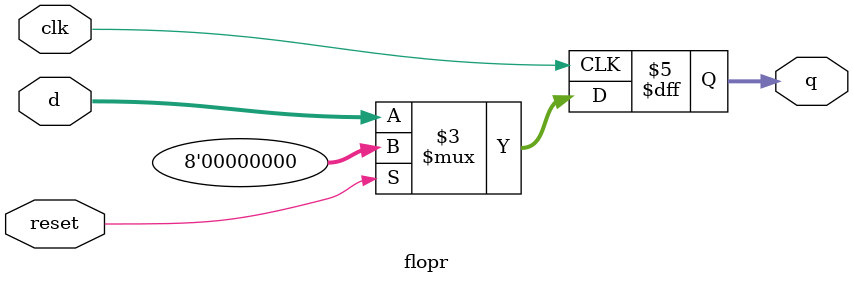
<source format=v>
module flopr #(parameter WIDTH = 8)
             (input                  clk, reset,
              input      [WIDTH-1:0] d, 
              output reg [WIDTH-1:0] q);

   always @(posedge clk)
      if   (reset) q <= 0;
      else q <= d;
endmodule

</source>
